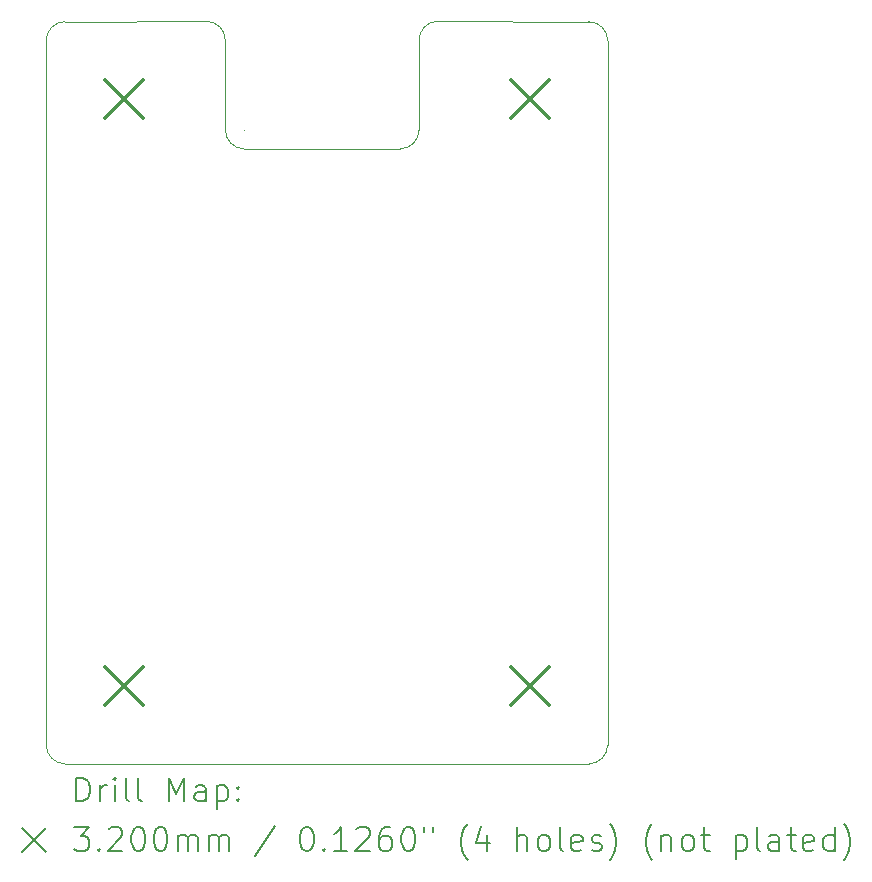
<source format=gbr>
%TF.GenerationSoftware,KiCad,Pcbnew,7.0.8*%
%TF.CreationDate,2025-02-11T22:04:22-06:00*%
%TF.ProjectId,XBeeBreakoutBoard,58426565-4272-4656-916b-6f7574426f61,rev?*%
%TF.SameCoordinates,Original*%
%TF.FileFunction,Drillmap*%
%TF.FilePolarity,Positive*%
%FSLAX45Y45*%
G04 Gerber Fmt 4.5, Leading zero omitted, Abs format (unit mm)*
G04 Created by KiCad (PCBNEW 7.0.8) date 2025-02-11 22:04:22*
%MOMM*%
%LPD*%
G01*
G04 APERTURE LIST*
%ADD10C,0.100000*%
%ADD11C,0.200000*%
%ADD12C,0.320000*%
G04 APERTURE END LIST*
D10*
X14740000Y-4540000D02*
X14740000Y-5290000D01*
X16336863Y-4533137D02*
G75*
G03*
X16176863Y-4373137I-160003J-3D01*
G01*
X14580000Y-5450000D02*
G75*
G03*
X14740000Y-5290000I0J160000D01*
G01*
X14580000Y-5450000D02*
X13260000Y-5450000D01*
X16176863Y-10656863D02*
X11743137Y-10656863D01*
X11583137Y-10496863D02*
X11583137Y-4533137D01*
X11743137Y-4373137D02*
G75*
G03*
X11583137Y-4533137I3J-160003D01*
G01*
X16336863Y-4533137D02*
X16336863Y-10496863D01*
X13260000Y-5290000D02*
G75*
G03*
X13260000Y-5290000I0J0D01*
G01*
X13100000Y-5290000D02*
G75*
G03*
X13260000Y-5450000I160000J0D01*
G01*
X14900000Y-4369688D02*
G75*
G03*
X14740000Y-4540000I0J-160312D01*
G01*
X13100000Y-4530000D02*
X13100000Y-5290000D01*
X14900000Y-4369688D02*
X16176863Y-4373137D01*
X13100000Y-4530000D02*
G75*
G03*
X12940000Y-4370000I-160000J0D01*
G01*
X11583137Y-10496863D02*
G75*
G03*
X11743137Y-10656863I160003J3D01*
G01*
X16176863Y-10656863D02*
G75*
G03*
X16336863Y-10496863I-3J160003D01*
G01*
X11743137Y-4373137D02*
X12940000Y-4370000D01*
D11*
D12*
X12080000Y-4870000D02*
X12400000Y-5190000D01*
X12400000Y-4870000D02*
X12080000Y-5190000D01*
X12080000Y-9840000D02*
X12400000Y-10160000D01*
X12400000Y-9840000D02*
X12080000Y-10160000D01*
X15520000Y-4870000D02*
X15840000Y-5190000D01*
X15840000Y-4870000D02*
X15520000Y-5190000D01*
X15520000Y-9840000D02*
X15840000Y-10160000D01*
X15840000Y-9840000D02*
X15520000Y-10160000D01*
D11*
X11838914Y-10973347D02*
X11838914Y-10773347D01*
X11838914Y-10773347D02*
X11886533Y-10773347D01*
X11886533Y-10773347D02*
X11915104Y-10782871D01*
X11915104Y-10782871D02*
X11934152Y-10801918D01*
X11934152Y-10801918D02*
X11943676Y-10820966D01*
X11943676Y-10820966D02*
X11953200Y-10859061D01*
X11953200Y-10859061D02*
X11953200Y-10887632D01*
X11953200Y-10887632D02*
X11943676Y-10925728D01*
X11943676Y-10925728D02*
X11934152Y-10944775D01*
X11934152Y-10944775D02*
X11915104Y-10963823D01*
X11915104Y-10963823D02*
X11886533Y-10973347D01*
X11886533Y-10973347D02*
X11838914Y-10973347D01*
X12038914Y-10973347D02*
X12038914Y-10840013D01*
X12038914Y-10878109D02*
X12048438Y-10859061D01*
X12048438Y-10859061D02*
X12057961Y-10849537D01*
X12057961Y-10849537D02*
X12077009Y-10840013D01*
X12077009Y-10840013D02*
X12096057Y-10840013D01*
X12162723Y-10973347D02*
X12162723Y-10840013D01*
X12162723Y-10773347D02*
X12153200Y-10782871D01*
X12153200Y-10782871D02*
X12162723Y-10792394D01*
X12162723Y-10792394D02*
X12172247Y-10782871D01*
X12172247Y-10782871D02*
X12162723Y-10773347D01*
X12162723Y-10773347D02*
X12162723Y-10792394D01*
X12286533Y-10973347D02*
X12267485Y-10963823D01*
X12267485Y-10963823D02*
X12257961Y-10944775D01*
X12257961Y-10944775D02*
X12257961Y-10773347D01*
X12391295Y-10973347D02*
X12372247Y-10963823D01*
X12372247Y-10963823D02*
X12362723Y-10944775D01*
X12362723Y-10944775D02*
X12362723Y-10773347D01*
X12619866Y-10973347D02*
X12619866Y-10773347D01*
X12619866Y-10773347D02*
X12686533Y-10916204D01*
X12686533Y-10916204D02*
X12753200Y-10773347D01*
X12753200Y-10773347D02*
X12753200Y-10973347D01*
X12934152Y-10973347D02*
X12934152Y-10868585D01*
X12934152Y-10868585D02*
X12924628Y-10849537D01*
X12924628Y-10849537D02*
X12905581Y-10840013D01*
X12905581Y-10840013D02*
X12867485Y-10840013D01*
X12867485Y-10840013D02*
X12848438Y-10849537D01*
X12934152Y-10963823D02*
X12915104Y-10973347D01*
X12915104Y-10973347D02*
X12867485Y-10973347D01*
X12867485Y-10973347D02*
X12848438Y-10963823D01*
X12848438Y-10963823D02*
X12838914Y-10944775D01*
X12838914Y-10944775D02*
X12838914Y-10925728D01*
X12838914Y-10925728D02*
X12848438Y-10906680D01*
X12848438Y-10906680D02*
X12867485Y-10897156D01*
X12867485Y-10897156D02*
X12915104Y-10897156D01*
X12915104Y-10897156D02*
X12934152Y-10887632D01*
X13029390Y-10840013D02*
X13029390Y-11040013D01*
X13029390Y-10849537D02*
X13048438Y-10840013D01*
X13048438Y-10840013D02*
X13086533Y-10840013D01*
X13086533Y-10840013D02*
X13105581Y-10849537D01*
X13105581Y-10849537D02*
X13115104Y-10859061D01*
X13115104Y-10859061D02*
X13124628Y-10878109D01*
X13124628Y-10878109D02*
X13124628Y-10935251D01*
X13124628Y-10935251D02*
X13115104Y-10954299D01*
X13115104Y-10954299D02*
X13105581Y-10963823D01*
X13105581Y-10963823D02*
X13086533Y-10973347D01*
X13086533Y-10973347D02*
X13048438Y-10973347D01*
X13048438Y-10973347D02*
X13029390Y-10963823D01*
X13210342Y-10954299D02*
X13219866Y-10963823D01*
X13219866Y-10963823D02*
X13210342Y-10973347D01*
X13210342Y-10973347D02*
X13200819Y-10963823D01*
X13200819Y-10963823D02*
X13210342Y-10954299D01*
X13210342Y-10954299D02*
X13210342Y-10973347D01*
X13210342Y-10849537D02*
X13219866Y-10859061D01*
X13219866Y-10859061D02*
X13210342Y-10868585D01*
X13210342Y-10868585D02*
X13200819Y-10859061D01*
X13200819Y-10859061D02*
X13210342Y-10849537D01*
X13210342Y-10849537D02*
X13210342Y-10868585D01*
X11378137Y-11201863D02*
X11578137Y-11401863D01*
X11578137Y-11201863D02*
X11378137Y-11401863D01*
X11819866Y-11193347D02*
X11943676Y-11193347D01*
X11943676Y-11193347D02*
X11877009Y-11269537D01*
X11877009Y-11269537D02*
X11905581Y-11269537D01*
X11905581Y-11269537D02*
X11924628Y-11279061D01*
X11924628Y-11279061D02*
X11934152Y-11288585D01*
X11934152Y-11288585D02*
X11943676Y-11307632D01*
X11943676Y-11307632D02*
X11943676Y-11355251D01*
X11943676Y-11355251D02*
X11934152Y-11374299D01*
X11934152Y-11374299D02*
X11924628Y-11383823D01*
X11924628Y-11383823D02*
X11905581Y-11393347D01*
X11905581Y-11393347D02*
X11848438Y-11393347D01*
X11848438Y-11393347D02*
X11829390Y-11383823D01*
X11829390Y-11383823D02*
X11819866Y-11374299D01*
X12029390Y-11374299D02*
X12038914Y-11383823D01*
X12038914Y-11383823D02*
X12029390Y-11393347D01*
X12029390Y-11393347D02*
X12019866Y-11383823D01*
X12019866Y-11383823D02*
X12029390Y-11374299D01*
X12029390Y-11374299D02*
X12029390Y-11393347D01*
X12115104Y-11212394D02*
X12124628Y-11202870D01*
X12124628Y-11202870D02*
X12143676Y-11193347D01*
X12143676Y-11193347D02*
X12191295Y-11193347D01*
X12191295Y-11193347D02*
X12210342Y-11202870D01*
X12210342Y-11202870D02*
X12219866Y-11212394D01*
X12219866Y-11212394D02*
X12229390Y-11231442D01*
X12229390Y-11231442D02*
X12229390Y-11250489D01*
X12229390Y-11250489D02*
X12219866Y-11279061D01*
X12219866Y-11279061D02*
X12105581Y-11393347D01*
X12105581Y-11393347D02*
X12229390Y-11393347D01*
X12353200Y-11193347D02*
X12372247Y-11193347D01*
X12372247Y-11193347D02*
X12391295Y-11202870D01*
X12391295Y-11202870D02*
X12400819Y-11212394D01*
X12400819Y-11212394D02*
X12410342Y-11231442D01*
X12410342Y-11231442D02*
X12419866Y-11269537D01*
X12419866Y-11269537D02*
X12419866Y-11317156D01*
X12419866Y-11317156D02*
X12410342Y-11355251D01*
X12410342Y-11355251D02*
X12400819Y-11374299D01*
X12400819Y-11374299D02*
X12391295Y-11383823D01*
X12391295Y-11383823D02*
X12372247Y-11393347D01*
X12372247Y-11393347D02*
X12353200Y-11393347D01*
X12353200Y-11393347D02*
X12334152Y-11383823D01*
X12334152Y-11383823D02*
X12324628Y-11374299D01*
X12324628Y-11374299D02*
X12315104Y-11355251D01*
X12315104Y-11355251D02*
X12305581Y-11317156D01*
X12305581Y-11317156D02*
X12305581Y-11269537D01*
X12305581Y-11269537D02*
X12315104Y-11231442D01*
X12315104Y-11231442D02*
X12324628Y-11212394D01*
X12324628Y-11212394D02*
X12334152Y-11202870D01*
X12334152Y-11202870D02*
X12353200Y-11193347D01*
X12543676Y-11193347D02*
X12562723Y-11193347D01*
X12562723Y-11193347D02*
X12581771Y-11202870D01*
X12581771Y-11202870D02*
X12591295Y-11212394D01*
X12591295Y-11212394D02*
X12600819Y-11231442D01*
X12600819Y-11231442D02*
X12610342Y-11269537D01*
X12610342Y-11269537D02*
X12610342Y-11317156D01*
X12610342Y-11317156D02*
X12600819Y-11355251D01*
X12600819Y-11355251D02*
X12591295Y-11374299D01*
X12591295Y-11374299D02*
X12581771Y-11383823D01*
X12581771Y-11383823D02*
X12562723Y-11393347D01*
X12562723Y-11393347D02*
X12543676Y-11393347D01*
X12543676Y-11393347D02*
X12524628Y-11383823D01*
X12524628Y-11383823D02*
X12515104Y-11374299D01*
X12515104Y-11374299D02*
X12505581Y-11355251D01*
X12505581Y-11355251D02*
X12496057Y-11317156D01*
X12496057Y-11317156D02*
X12496057Y-11269537D01*
X12496057Y-11269537D02*
X12505581Y-11231442D01*
X12505581Y-11231442D02*
X12515104Y-11212394D01*
X12515104Y-11212394D02*
X12524628Y-11202870D01*
X12524628Y-11202870D02*
X12543676Y-11193347D01*
X12696057Y-11393347D02*
X12696057Y-11260013D01*
X12696057Y-11279061D02*
X12705581Y-11269537D01*
X12705581Y-11269537D02*
X12724628Y-11260013D01*
X12724628Y-11260013D02*
X12753200Y-11260013D01*
X12753200Y-11260013D02*
X12772247Y-11269537D01*
X12772247Y-11269537D02*
X12781771Y-11288585D01*
X12781771Y-11288585D02*
X12781771Y-11393347D01*
X12781771Y-11288585D02*
X12791295Y-11269537D01*
X12791295Y-11269537D02*
X12810342Y-11260013D01*
X12810342Y-11260013D02*
X12838914Y-11260013D01*
X12838914Y-11260013D02*
X12857962Y-11269537D01*
X12857962Y-11269537D02*
X12867485Y-11288585D01*
X12867485Y-11288585D02*
X12867485Y-11393347D01*
X12962723Y-11393347D02*
X12962723Y-11260013D01*
X12962723Y-11279061D02*
X12972247Y-11269537D01*
X12972247Y-11269537D02*
X12991295Y-11260013D01*
X12991295Y-11260013D02*
X13019866Y-11260013D01*
X13019866Y-11260013D02*
X13038914Y-11269537D01*
X13038914Y-11269537D02*
X13048438Y-11288585D01*
X13048438Y-11288585D02*
X13048438Y-11393347D01*
X13048438Y-11288585D02*
X13057962Y-11269537D01*
X13057962Y-11269537D02*
X13077009Y-11260013D01*
X13077009Y-11260013D02*
X13105581Y-11260013D01*
X13105581Y-11260013D02*
X13124628Y-11269537D01*
X13124628Y-11269537D02*
X13134152Y-11288585D01*
X13134152Y-11288585D02*
X13134152Y-11393347D01*
X13524628Y-11183823D02*
X13353200Y-11440966D01*
X13781771Y-11193347D02*
X13800819Y-11193347D01*
X13800819Y-11193347D02*
X13819866Y-11202870D01*
X13819866Y-11202870D02*
X13829390Y-11212394D01*
X13829390Y-11212394D02*
X13838914Y-11231442D01*
X13838914Y-11231442D02*
X13848438Y-11269537D01*
X13848438Y-11269537D02*
X13848438Y-11317156D01*
X13848438Y-11317156D02*
X13838914Y-11355251D01*
X13838914Y-11355251D02*
X13829390Y-11374299D01*
X13829390Y-11374299D02*
X13819866Y-11383823D01*
X13819866Y-11383823D02*
X13800819Y-11393347D01*
X13800819Y-11393347D02*
X13781771Y-11393347D01*
X13781771Y-11393347D02*
X13762724Y-11383823D01*
X13762724Y-11383823D02*
X13753200Y-11374299D01*
X13753200Y-11374299D02*
X13743676Y-11355251D01*
X13743676Y-11355251D02*
X13734152Y-11317156D01*
X13734152Y-11317156D02*
X13734152Y-11269537D01*
X13734152Y-11269537D02*
X13743676Y-11231442D01*
X13743676Y-11231442D02*
X13753200Y-11212394D01*
X13753200Y-11212394D02*
X13762724Y-11202870D01*
X13762724Y-11202870D02*
X13781771Y-11193347D01*
X13934152Y-11374299D02*
X13943676Y-11383823D01*
X13943676Y-11383823D02*
X13934152Y-11393347D01*
X13934152Y-11393347D02*
X13924628Y-11383823D01*
X13924628Y-11383823D02*
X13934152Y-11374299D01*
X13934152Y-11374299D02*
X13934152Y-11393347D01*
X14134152Y-11393347D02*
X14019866Y-11393347D01*
X14077009Y-11393347D02*
X14077009Y-11193347D01*
X14077009Y-11193347D02*
X14057962Y-11221918D01*
X14057962Y-11221918D02*
X14038914Y-11240966D01*
X14038914Y-11240966D02*
X14019866Y-11250489D01*
X14210343Y-11212394D02*
X14219866Y-11202870D01*
X14219866Y-11202870D02*
X14238914Y-11193347D01*
X14238914Y-11193347D02*
X14286533Y-11193347D01*
X14286533Y-11193347D02*
X14305581Y-11202870D01*
X14305581Y-11202870D02*
X14315105Y-11212394D01*
X14315105Y-11212394D02*
X14324628Y-11231442D01*
X14324628Y-11231442D02*
X14324628Y-11250489D01*
X14324628Y-11250489D02*
X14315105Y-11279061D01*
X14315105Y-11279061D02*
X14200819Y-11393347D01*
X14200819Y-11393347D02*
X14324628Y-11393347D01*
X14496057Y-11193347D02*
X14457962Y-11193347D01*
X14457962Y-11193347D02*
X14438914Y-11202870D01*
X14438914Y-11202870D02*
X14429390Y-11212394D01*
X14429390Y-11212394D02*
X14410343Y-11240966D01*
X14410343Y-11240966D02*
X14400819Y-11279061D01*
X14400819Y-11279061D02*
X14400819Y-11355251D01*
X14400819Y-11355251D02*
X14410343Y-11374299D01*
X14410343Y-11374299D02*
X14419866Y-11383823D01*
X14419866Y-11383823D02*
X14438914Y-11393347D01*
X14438914Y-11393347D02*
X14477009Y-11393347D01*
X14477009Y-11393347D02*
X14496057Y-11383823D01*
X14496057Y-11383823D02*
X14505581Y-11374299D01*
X14505581Y-11374299D02*
X14515105Y-11355251D01*
X14515105Y-11355251D02*
X14515105Y-11307632D01*
X14515105Y-11307632D02*
X14505581Y-11288585D01*
X14505581Y-11288585D02*
X14496057Y-11279061D01*
X14496057Y-11279061D02*
X14477009Y-11269537D01*
X14477009Y-11269537D02*
X14438914Y-11269537D01*
X14438914Y-11269537D02*
X14419866Y-11279061D01*
X14419866Y-11279061D02*
X14410343Y-11288585D01*
X14410343Y-11288585D02*
X14400819Y-11307632D01*
X14638914Y-11193347D02*
X14657962Y-11193347D01*
X14657962Y-11193347D02*
X14677009Y-11202870D01*
X14677009Y-11202870D02*
X14686533Y-11212394D01*
X14686533Y-11212394D02*
X14696057Y-11231442D01*
X14696057Y-11231442D02*
X14705581Y-11269537D01*
X14705581Y-11269537D02*
X14705581Y-11317156D01*
X14705581Y-11317156D02*
X14696057Y-11355251D01*
X14696057Y-11355251D02*
X14686533Y-11374299D01*
X14686533Y-11374299D02*
X14677009Y-11383823D01*
X14677009Y-11383823D02*
X14657962Y-11393347D01*
X14657962Y-11393347D02*
X14638914Y-11393347D01*
X14638914Y-11393347D02*
X14619866Y-11383823D01*
X14619866Y-11383823D02*
X14610343Y-11374299D01*
X14610343Y-11374299D02*
X14600819Y-11355251D01*
X14600819Y-11355251D02*
X14591295Y-11317156D01*
X14591295Y-11317156D02*
X14591295Y-11269537D01*
X14591295Y-11269537D02*
X14600819Y-11231442D01*
X14600819Y-11231442D02*
X14610343Y-11212394D01*
X14610343Y-11212394D02*
X14619866Y-11202870D01*
X14619866Y-11202870D02*
X14638914Y-11193347D01*
X14781771Y-11193347D02*
X14781771Y-11231442D01*
X14857962Y-11193347D02*
X14857962Y-11231442D01*
X15153200Y-11469537D02*
X15143676Y-11460013D01*
X15143676Y-11460013D02*
X15124628Y-11431442D01*
X15124628Y-11431442D02*
X15115105Y-11412394D01*
X15115105Y-11412394D02*
X15105581Y-11383823D01*
X15105581Y-11383823D02*
X15096057Y-11336204D01*
X15096057Y-11336204D02*
X15096057Y-11298109D01*
X15096057Y-11298109D02*
X15105581Y-11250489D01*
X15105581Y-11250489D02*
X15115105Y-11221918D01*
X15115105Y-11221918D02*
X15124628Y-11202870D01*
X15124628Y-11202870D02*
X15143676Y-11174299D01*
X15143676Y-11174299D02*
X15153200Y-11164775D01*
X15315105Y-11260013D02*
X15315105Y-11393347D01*
X15267486Y-11183823D02*
X15219867Y-11326680D01*
X15219867Y-11326680D02*
X15343676Y-11326680D01*
X15572248Y-11393347D02*
X15572248Y-11193347D01*
X15657962Y-11393347D02*
X15657962Y-11288585D01*
X15657962Y-11288585D02*
X15648438Y-11269537D01*
X15648438Y-11269537D02*
X15629390Y-11260013D01*
X15629390Y-11260013D02*
X15600819Y-11260013D01*
X15600819Y-11260013D02*
X15581771Y-11269537D01*
X15581771Y-11269537D02*
X15572248Y-11279061D01*
X15781771Y-11393347D02*
X15762724Y-11383823D01*
X15762724Y-11383823D02*
X15753200Y-11374299D01*
X15753200Y-11374299D02*
X15743676Y-11355251D01*
X15743676Y-11355251D02*
X15743676Y-11298109D01*
X15743676Y-11298109D02*
X15753200Y-11279061D01*
X15753200Y-11279061D02*
X15762724Y-11269537D01*
X15762724Y-11269537D02*
X15781771Y-11260013D01*
X15781771Y-11260013D02*
X15810343Y-11260013D01*
X15810343Y-11260013D02*
X15829390Y-11269537D01*
X15829390Y-11269537D02*
X15838914Y-11279061D01*
X15838914Y-11279061D02*
X15848438Y-11298109D01*
X15848438Y-11298109D02*
X15848438Y-11355251D01*
X15848438Y-11355251D02*
X15838914Y-11374299D01*
X15838914Y-11374299D02*
X15829390Y-11383823D01*
X15829390Y-11383823D02*
X15810343Y-11393347D01*
X15810343Y-11393347D02*
X15781771Y-11393347D01*
X15962724Y-11393347D02*
X15943676Y-11383823D01*
X15943676Y-11383823D02*
X15934152Y-11364775D01*
X15934152Y-11364775D02*
X15934152Y-11193347D01*
X16115105Y-11383823D02*
X16096057Y-11393347D01*
X16096057Y-11393347D02*
X16057962Y-11393347D01*
X16057962Y-11393347D02*
X16038914Y-11383823D01*
X16038914Y-11383823D02*
X16029390Y-11364775D01*
X16029390Y-11364775D02*
X16029390Y-11288585D01*
X16029390Y-11288585D02*
X16038914Y-11269537D01*
X16038914Y-11269537D02*
X16057962Y-11260013D01*
X16057962Y-11260013D02*
X16096057Y-11260013D01*
X16096057Y-11260013D02*
X16115105Y-11269537D01*
X16115105Y-11269537D02*
X16124629Y-11288585D01*
X16124629Y-11288585D02*
X16124629Y-11307632D01*
X16124629Y-11307632D02*
X16029390Y-11326680D01*
X16200819Y-11383823D02*
X16219867Y-11393347D01*
X16219867Y-11393347D02*
X16257962Y-11393347D01*
X16257962Y-11393347D02*
X16277010Y-11383823D01*
X16277010Y-11383823D02*
X16286533Y-11364775D01*
X16286533Y-11364775D02*
X16286533Y-11355251D01*
X16286533Y-11355251D02*
X16277010Y-11336204D01*
X16277010Y-11336204D02*
X16257962Y-11326680D01*
X16257962Y-11326680D02*
X16229390Y-11326680D01*
X16229390Y-11326680D02*
X16210343Y-11317156D01*
X16210343Y-11317156D02*
X16200819Y-11298109D01*
X16200819Y-11298109D02*
X16200819Y-11288585D01*
X16200819Y-11288585D02*
X16210343Y-11269537D01*
X16210343Y-11269537D02*
X16229390Y-11260013D01*
X16229390Y-11260013D02*
X16257962Y-11260013D01*
X16257962Y-11260013D02*
X16277010Y-11269537D01*
X16353200Y-11469537D02*
X16362724Y-11460013D01*
X16362724Y-11460013D02*
X16381771Y-11431442D01*
X16381771Y-11431442D02*
X16391295Y-11412394D01*
X16391295Y-11412394D02*
X16400819Y-11383823D01*
X16400819Y-11383823D02*
X16410343Y-11336204D01*
X16410343Y-11336204D02*
X16410343Y-11298109D01*
X16410343Y-11298109D02*
X16400819Y-11250489D01*
X16400819Y-11250489D02*
X16391295Y-11221918D01*
X16391295Y-11221918D02*
X16381771Y-11202870D01*
X16381771Y-11202870D02*
X16362724Y-11174299D01*
X16362724Y-11174299D02*
X16353200Y-11164775D01*
X16715105Y-11469537D02*
X16705581Y-11460013D01*
X16705581Y-11460013D02*
X16686533Y-11431442D01*
X16686533Y-11431442D02*
X16677010Y-11412394D01*
X16677010Y-11412394D02*
X16667486Y-11383823D01*
X16667486Y-11383823D02*
X16657962Y-11336204D01*
X16657962Y-11336204D02*
X16657962Y-11298109D01*
X16657962Y-11298109D02*
X16667486Y-11250489D01*
X16667486Y-11250489D02*
X16677010Y-11221918D01*
X16677010Y-11221918D02*
X16686533Y-11202870D01*
X16686533Y-11202870D02*
X16705581Y-11174299D01*
X16705581Y-11174299D02*
X16715105Y-11164775D01*
X16791295Y-11260013D02*
X16791295Y-11393347D01*
X16791295Y-11279061D02*
X16800819Y-11269537D01*
X16800819Y-11269537D02*
X16819867Y-11260013D01*
X16819867Y-11260013D02*
X16848438Y-11260013D01*
X16848438Y-11260013D02*
X16867486Y-11269537D01*
X16867486Y-11269537D02*
X16877010Y-11288585D01*
X16877010Y-11288585D02*
X16877010Y-11393347D01*
X17000819Y-11393347D02*
X16981772Y-11383823D01*
X16981772Y-11383823D02*
X16972248Y-11374299D01*
X16972248Y-11374299D02*
X16962724Y-11355251D01*
X16962724Y-11355251D02*
X16962724Y-11298109D01*
X16962724Y-11298109D02*
X16972248Y-11279061D01*
X16972248Y-11279061D02*
X16981772Y-11269537D01*
X16981772Y-11269537D02*
X17000819Y-11260013D01*
X17000819Y-11260013D02*
X17029391Y-11260013D01*
X17029391Y-11260013D02*
X17048438Y-11269537D01*
X17048438Y-11269537D02*
X17057962Y-11279061D01*
X17057962Y-11279061D02*
X17067486Y-11298109D01*
X17067486Y-11298109D02*
X17067486Y-11355251D01*
X17067486Y-11355251D02*
X17057962Y-11374299D01*
X17057962Y-11374299D02*
X17048438Y-11383823D01*
X17048438Y-11383823D02*
X17029391Y-11393347D01*
X17029391Y-11393347D02*
X17000819Y-11393347D01*
X17124629Y-11260013D02*
X17200819Y-11260013D01*
X17153200Y-11193347D02*
X17153200Y-11364775D01*
X17153200Y-11364775D02*
X17162724Y-11383823D01*
X17162724Y-11383823D02*
X17181772Y-11393347D01*
X17181772Y-11393347D02*
X17200819Y-11393347D01*
X17419867Y-11260013D02*
X17419867Y-11460013D01*
X17419867Y-11269537D02*
X17438914Y-11260013D01*
X17438914Y-11260013D02*
X17477010Y-11260013D01*
X17477010Y-11260013D02*
X17496057Y-11269537D01*
X17496057Y-11269537D02*
X17505581Y-11279061D01*
X17505581Y-11279061D02*
X17515105Y-11298109D01*
X17515105Y-11298109D02*
X17515105Y-11355251D01*
X17515105Y-11355251D02*
X17505581Y-11374299D01*
X17505581Y-11374299D02*
X17496057Y-11383823D01*
X17496057Y-11383823D02*
X17477010Y-11393347D01*
X17477010Y-11393347D02*
X17438914Y-11393347D01*
X17438914Y-11393347D02*
X17419867Y-11383823D01*
X17629391Y-11393347D02*
X17610343Y-11383823D01*
X17610343Y-11383823D02*
X17600819Y-11364775D01*
X17600819Y-11364775D02*
X17600819Y-11193347D01*
X17791295Y-11393347D02*
X17791295Y-11288585D01*
X17791295Y-11288585D02*
X17781772Y-11269537D01*
X17781772Y-11269537D02*
X17762724Y-11260013D01*
X17762724Y-11260013D02*
X17724629Y-11260013D01*
X17724629Y-11260013D02*
X17705581Y-11269537D01*
X17791295Y-11383823D02*
X17772248Y-11393347D01*
X17772248Y-11393347D02*
X17724629Y-11393347D01*
X17724629Y-11393347D02*
X17705581Y-11383823D01*
X17705581Y-11383823D02*
X17696057Y-11364775D01*
X17696057Y-11364775D02*
X17696057Y-11345728D01*
X17696057Y-11345728D02*
X17705581Y-11326680D01*
X17705581Y-11326680D02*
X17724629Y-11317156D01*
X17724629Y-11317156D02*
X17772248Y-11317156D01*
X17772248Y-11317156D02*
X17791295Y-11307632D01*
X17857962Y-11260013D02*
X17934153Y-11260013D01*
X17886534Y-11193347D02*
X17886534Y-11364775D01*
X17886534Y-11364775D02*
X17896057Y-11383823D01*
X17896057Y-11383823D02*
X17915105Y-11393347D01*
X17915105Y-11393347D02*
X17934153Y-11393347D01*
X18077010Y-11383823D02*
X18057962Y-11393347D01*
X18057962Y-11393347D02*
X18019867Y-11393347D01*
X18019867Y-11393347D02*
X18000819Y-11383823D01*
X18000819Y-11383823D02*
X17991295Y-11364775D01*
X17991295Y-11364775D02*
X17991295Y-11288585D01*
X17991295Y-11288585D02*
X18000819Y-11269537D01*
X18000819Y-11269537D02*
X18019867Y-11260013D01*
X18019867Y-11260013D02*
X18057962Y-11260013D01*
X18057962Y-11260013D02*
X18077010Y-11269537D01*
X18077010Y-11269537D02*
X18086534Y-11288585D01*
X18086534Y-11288585D02*
X18086534Y-11307632D01*
X18086534Y-11307632D02*
X17991295Y-11326680D01*
X18257962Y-11393347D02*
X18257962Y-11193347D01*
X18257962Y-11383823D02*
X18238915Y-11393347D01*
X18238915Y-11393347D02*
X18200819Y-11393347D01*
X18200819Y-11393347D02*
X18181772Y-11383823D01*
X18181772Y-11383823D02*
X18172248Y-11374299D01*
X18172248Y-11374299D02*
X18162724Y-11355251D01*
X18162724Y-11355251D02*
X18162724Y-11298109D01*
X18162724Y-11298109D02*
X18172248Y-11279061D01*
X18172248Y-11279061D02*
X18181772Y-11269537D01*
X18181772Y-11269537D02*
X18200819Y-11260013D01*
X18200819Y-11260013D02*
X18238915Y-11260013D01*
X18238915Y-11260013D02*
X18257962Y-11269537D01*
X18334153Y-11469537D02*
X18343676Y-11460013D01*
X18343676Y-11460013D02*
X18362724Y-11431442D01*
X18362724Y-11431442D02*
X18372248Y-11412394D01*
X18372248Y-11412394D02*
X18381772Y-11383823D01*
X18381772Y-11383823D02*
X18391295Y-11336204D01*
X18391295Y-11336204D02*
X18391295Y-11298109D01*
X18391295Y-11298109D02*
X18381772Y-11250489D01*
X18381772Y-11250489D02*
X18372248Y-11221918D01*
X18372248Y-11221918D02*
X18362724Y-11202870D01*
X18362724Y-11202870D02*
X18343676Y-11174299D01*
X18343676Y-11174299D02*
X18334153Y-11164775D01*
M02*

</source>
